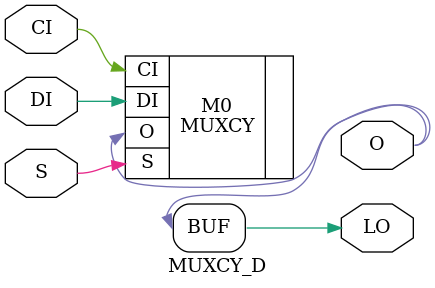
<source format=v>

`timescale  1 ps / 1 ps

module MUXCY_D (LO, O, CI, DI, S);

    output LO, O;
    wire    O;
    wire LO;

    input  CI, DI, S;

MUXCY M0 (
		 .O (O),
		 .CI (CI),
		 .S (S),
		 .DI (DI));

assign LO = O;

endmodule

</source>
